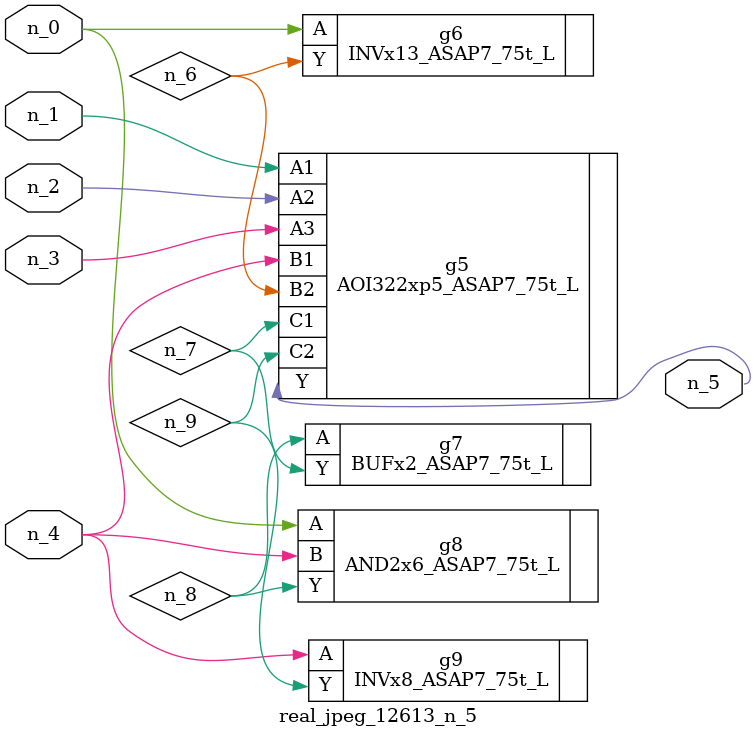
<source format=v>
module real_jpeg_12613_n_5 (n_4, n_0, n_1, n_2, n_3, n_5);

input n_4;
input n_0;
input n_1;
input n_2;
input n_3;

output n_5;

wire n_8;
wire n_6;
wire n_7;
wire n_9;

INVx13_ASAP7_75t_L g6 ( 
.A(n_0),
.Y(n_6)
);

AND2x6_ASAP7_75t_L g8 ( 
.A(n_0),
.B(n_4),
.Y(n_8)
);

AOI322xp5_ASAP7_75t_L g5 ( 
.A1(n_1),
.A2(n_2),
.A3(n_3),
.B1(n_4),
.B2(n_6),
.C1(n_7),
.C2(n_9),
.Y(n_5)
);

INVx8_ASAP7_75t_L g9 ( 
.A(n_4),
.Y(n_9)
);

BUFx2_ASAP7_75t_L g7 ( 
.A(n_8),
.Y(n_7)
);


endmodule
</source>
